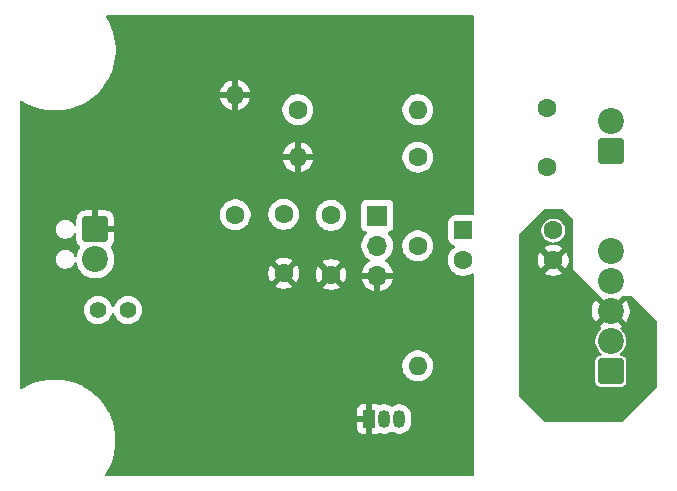
<source format=gbl>
%TF.GenerationSoftware,KiCad,Pcbnew,9.0.1+1*%
%TF.CreationDate,2026-01-15T22:30:42+00:00*%
%TF.ProjectId,WALKIN_PIR_IF,57414c4b-494e-45f5-9049-525f49462e6b,B*%
%TF.SameCoordinates,Original*%
%TF.FileFunction,Copper,L2,Bot*%
%TF.FilePolarity,Positive*%
%FSLAX46Y46*%
G04 Gerber Fmt 4.6, Leading zero omitted, Abs format (unit mm)*
G04 Created by KiCad (PCBNEW 9.0.1+1) date 2026-01-15 22:30:42*
%MOMM*%
%LPD*%
G01*
G04 APERTURE LIST*
G04 Aperture macros list*
%AMRoundRect*
0 Rectangle with rounded corners*
0 $1 Rounding radius*
0 $2 $3 $4 $5 $6 $7 $8 $9 X,Y pos of 4 corners*
0 Add a 4 corners polygon primitive as box body*
4,1,4,$2,$3,$4,$5,$6,$7,$8,$9,$2,$3,0*
0 Add four circle primitives for the rounded corners*
1,1,$1+$1,$2,$3*
1,1,$1+$1,$4,$5*
1,1,$1+$1,$6,$7*
1,1,$1+$1,$8,$9*
0 Add four rect primitives between the rounded corners*
20,1,$1+$1,$2,$3,$4,$5,0*
20,1,$1+$1,$4,$5,$6,$7,0*
20,1,$1+$1,$6,$7,$8,$9,0*
20,1,$1+$1,$8,$9,$2,$3,0*%
G04 Aperture macros list end*
%TA.AperFunction,ComponentPad*%
%ADD10RoundRect,0.249999X0.850001X-0.850001X0.850001X0.850001X-0.850001X0.850001X-0.850001X-0.850001X0*%
%TD*%
%TA.AperFunction,ComponentPad*%
%ADD11C,2.200000*%
%TD*%
%TA.AperFunction,ComponentPad*%
%ADD12C,1.600000*%
%TD*%
%TA.AperFunction,ComponentPad*%
%ADD13RoundRect,0.250000X-0.550000X-0.550000X0.550000X-0.550000X0.550000X0.550000X-0.550000X0.550000X0*%
%TD*%
%TA.AperFunction,ComponentPad*%
%ADD14O,1.600000X1.600000*%
%TD*%
%TA.AperFunction,ComponentPad*%
%ADD15RoundRect,0.249999X-0.850001X0.850001X-0.850001X-0.850001X0.850001X-0.850001X0.850001X0.850001X0*%
%TD*%
%TA.AperFunction,ComponentPad*%
%ADD16C,1.400000*%
%TD*%
%TA.AperFunction,ComponentPad*%
%ADD17R,1.700000X1.700000*%
%TD*%
%TA.AperFunction,ComponentPad*%
%ADD18O,1.700000X1.700000*%
%TD*%
%TA.AperFunction,ComponentPad*%
%ADD19R,1.050000X1.500000*%
%TD*%
%TA.AperFunction,ComponentPad*%
%ADD20O,1.050000X1.500000*%
%TD*%
%TA.AperFunction,ViaPad*%
%ADD21C,0.600000*%
%TD*%
G04 APERTURE END LIST*
D10*
%TO.P,J3,1,Pin_1*%
%TO.N,/DIN1*%
X173467500Y-108071101D03*
D11*
%TO.P,J3,2,Pin_2*%
%TO.N,/DIN2*%
X173467500Y-105531101D03*
%TO.P,J3,3,Pin_3*%
%TO.N,/COM*%
X173467500Y-102991101D03*
%TO.P,J3,4,Pin_4*%
%TO.N,/NTC1*%
X173467500Y-100451101D03*
%TO.P,J3,5,Pin_5*%
%TO.N,/NTC2*%
X173467500Y-97911101D03*
%TD*%
D12*
%TO.P,C1,1*%
%TO.N,VDD*%
X145770000Y-94781101D03*
%TO.P,C1,2*%
%TO.N,GND*%
X145770000Y-99781101D03*
%TD*%
%TO.P,C2,1*%
%TO.N,VDD*%
X149790000Y-94881101D03*
%TO.P,C2,2*%
%TO.N,GND*%
X149790000Y-99881101D03*
%TD*%
%TO.P,C3,1*%
%TO.N,/NTC1*%
X168060000Y-90770000D03*
%TO.P,C3,2*%
%TO.N,/NTC2*%
X168060000Y-85770000D03*
%TD*%
D13*
%TO.P,U1,1*%
%TO.N,/PM_LED_A*%
X160970000Y-96146101D03*
D12*
%TO.P,U1,2*%
%TO.N,/PM_LED_K*%
X160970000Y-98686101D03*
%TO.P,U1,3*%
%TO.N,/COM*%
X168590000Y-98686101D03*
%TO.P,U1,4*%
%TO.N,/DIN1*%
X168590000Y-96146101D03*
%TD*%
%TO.P,R3,1*%
%TO.N,/PIR_SIG*%
X157120000Y-97450000D03*
D14*
%TO.P,R3,2*%
%TO.N,Net-(Q2-G)*%
X157120000Y-107610000D03*
%TD*%
D15*
%TO.P,J1,1,VBAT+*%
%TO.N,GND*%
X129830000Y-96061101D03*
D11*
%TO.P,J1,2,VBAT-*%
%TO.N,/VBAT*%
X129830000Y-98601101D03*
%TD*%
D16*
%TO.P,JP1,1,A*%
%TO.N,/VBAT*%
X130050000Y-102890000D03*
%TO.P,JP1,2,B*%
%TO.N,Net-(JP1-B)*%
X132590000Y-102890000D03*
%TD*%
D12*
%TO.P,R1,1*%
%TO.N,VDD*%
X141670000Y-94821101D03*
D14*
%TO.P,R1,2*%
%TO.N,GND*%
X141670000Y-84661101D03*
%TD*%
D10*
%TO.P,J2,1,VBAT-*%
%TO.N,/NTC1*%
X173467500Y-89451101D03*
D11*
%TO.P,J2,2,VBAT+*%
%TO.N,/NTC2*%
X173467500Y-86911101D03*
%TD*%
D12*
%TO.P,R2,1*%
%TO.N,VDD*%
X146970000Y-85920000D03*
D14*
%TO.P,R2,2*%
%TO.N,/PM_LED_A*%
X157130000Y-85920000D03*
%TD*%
D17*
%TO.P,S1,1,VCC*%
%TO.N,VDD*%
X153700000Y-94896101D03*
D18*
%TO.P,S1,2,VOUT*%
%TO.N,/PIR_SIG*%
X153700000Y-97436101D03*
%TO.P,S1,3,GND*%
%TO.N,GND*%
X153700000Y-99976101D03*
%TD*%
D19*
%TO.P,Q2,1,S*%
%TO.N,GND*%
X153020000Y-112120000D03*
D20*
%TO.P,Q2,2,G*%
%TO.N,Net-(Q2-G)*%
X154290000Y-112120000D03*
%TO.P,Q2,3,D*%
%TO.N,/PM_LED_K*%
X155560000Y-112120000D03*
%TD*%
D12*
%TO.P,R4,1*%
%TO.N,/PIR_SIG*%
X157130000Y-89950000D03*
D14*
%TO.P,R4,2*%
%TO.N,GND*%
X146970000Y-89950000D03*
%TD*%
D21*
%TO.N,GND*%
X137850000Y-103320000D03*
%TO.N,/COM*%
X166730000Y-106330000D03*
%TD*%
%TA.AperFunction,Conductor*%
%TO.N,/COM*%
G36*
X169365677Y-94319685D02*
G01*
X169386319Y-94336319D01*
X170243681Y-95193681D01*
X170277166Y-95255004D01*
X170280000Y-95281362D01*
X170280000Y-99500000D01*
X172537833Y-101707881D01*
X173297266Y-102467313D01*
X173255208Y-102478583D01*
X173129792Y-102550991D01*
X173027390Y-102653393D01*
X172954982Y-102778809D01*
X172943712Y-102820866D01*
X172173248Y-102050401D01*
X172173247Y-102050402D01*
X172099059Y-102152514D01*
X171984719Y-102376916D01*
X171906897Y-102616431D01*
X171867500Y-102865172D01*
X171867500Y-103117029D01*
X171906897Y-103365770D01*
X171984719Y-103605285D01*
X172099057Y-103829684D01*
X172173248Y-103931798D01*
X172173248Y-103931799D01*
X172943712Y-103161335D01*
X172954982Y-103203393D01*
X173027390Y-103328809D01*
X173129792Y-103431211D01*
X173255208Y-103503619D01*
X173297265Y-103514888D01*
X172526800Y-104285351D01*
X172610618Y-104346249D01*
X172653283Y-104401579D01*
X172659262Y-104471193D01*
X172626656Y-104532988D01*
X172622978Y-104536437D01*
X172475528Y-104683887D01*
X172355215Y-104849487D01*
X172262281Y-105031877D01*
X172199022Y-105226566D01*
X172167000Y-105428749D01*
X172167000Y-105633452D01*
X172199022Y-105835635D01*
X172262281Y-106030324D01*
X172355215Y-106212714D01*
X172475528Y-106378314D01*
X172620282Y-106523068D01*
X172620284Y-106523069D01*
X172652234Y-106546282D01*
X172694900Y-106601611D01*
X172700881Y-106671224D01*
X172668276Y-106733020D01*
X172607438Y-106767378D01*
X172579357Y-106770601D01*
X172563241Y-106770601D01*
X172552437Y-106771614D01*
X172532800Y-106773455D01*
X172532797Y-106773455D01*
X172532796Y-106773456D01*
X172532794Y-106773456D01*
X172404617Y-106818307D01*
X172295349Y-106898950D01*
X172214706Y-107008219D01*
X172169853Y-107136398D01*
X172169853Y-107136400D01*
X172167000Y-107166830D01*
X172167000Y-108975361D01*
X172167001Y-108975367D01*
X172169854Y-109005801D01*
X172169854Y-109005803D01*
X172169855Y-109005804D01*
X172169855Y-109005806D01*
X172214706Y-109133983D01*
X172295349Y-109243251D01*
X172349983Y-109283572D01*
X172404617Y-109323894D01*
X172447344Y-109338845D01*
X172532798Y-109368747D01*
X172539823Y-109369405D01*
X172563233Y-109371601D01*
X174371766Y-109371600D01*
X174402200Y-109368747D01*
X174530383Y-109323894D01*
X174639650Y-109243251D01*
X174720293Y-109133984D01*
X174742719Y-109069892D01*
X174765146Y-109005803D01*
X174765146Y-109005801D01*
X174768000Y-108975368D01*
X174767999Y-107166835D01*
X174765146Y-107136401D01*
X174720293Y-107008218D01*
X174639650Y-106898950D01*
X174565623Y-106844316D01*
X174530383Y-106818308D01*
X174530381Y-106818307D01*
X174402201Y-106773454D01*
X174371771Y-106770601D01*
X174371767Y-106770601D01*
X174355651Y-106770601D01*
X174288612Y-106750916D01*
X174242857Y-106698112D01*
X174232913Y-106628954D01*
X174261938Y-106565398D01*
X174282766Y-106546283D01*
X174314713Y-106523072D01*
X174314715Y-106523069D01*
X174314719Y-106523067D01*
X174459466Y-106378320D01*
X174459468Y-106378316D01*
X174459471Y-106378314D01*
X174512232Y-106305691D01*
X174579787Y-106212711D01*
X174672720Y-106030320D01*
X174735977Y-105835635D01*
X174768000Y-105633453D01*
X174768000Y-105428749D01*
X174735977Y-105226567D01*
X174672720Y-105031882D01*
X174672718Y-105031879D01*
X174672718Y-105031877D01*
X174639003Y-104965708D01*
X174579787Y-104849491D01*
X174572056Y-104838850D01*
X174459471Y-104683887D01*
X174311274Y-104535690D01*
X174312534Y-104534429D01*
X174278536Y-104482331D01*
X174278048Y-104412463D01*
X174315411Y-104353422D01*
X174324381Y-104346248D01*
X174408197Y-104285351D01*
X174408198Y-104285351D01*
X173637734Y-103514888D01*
X173679792Y-103503619D01*
X173805208Y-103431211D01*
X173907610Y-103328809D01*
X173980018Y-103203393D01*
X173991287Y-103161335D01*
X174761750Y-103931799D01*
X174761750Y-103931798D01*
X174835942Y-103829682D01*
X174835946Y-103829676D01*
X174950280Y-103605285D01*
X175028102Y-103365770D01*
X175067500Y-103117029D01*
X175067500Y-102865172D01*
X175028102Y-102616431D01*
X174950280Y-102376916D01*
X174835942Y-102152517D01*
X174761750Y-102050402D01*
X174761750Y-102050401D01*
X173991287Y-102820865D01*
X173980018Y-102778809D01*
X173907610Y-102653393D01*
X173805208Y-102550991D01*
X173679792Y-102478583D01*
X173637732Y-102467312D01*
X174426336Y-101678710D01*
X174433987Y-101674532D01*
X175157281Y-101660987D01*
X175224678Y-101679413D01*
X175247284Y-101697284D01*
X177373681Y-103823681D01*
X177407166Y-103885004D01*
X177410000Y-103911362D01*
X177410000Y-109358638D01*
X177390315Y-109425677D01*
X177373681Y-109446319D01*
X174476319Y-112343681D01*
X174414996Y-112377166D01*
X174388638Y-112380000D01*
X167981362Y-112380000D01*
X167914323Y-112360315D01*
X167893681Y-112343681D01*
X165696319Y-110146319D01*
X165662834Y-110084996D01*
X165660000Y-110058638D01*
X165660000Y-98583783D01*
X167290000Y-98583783D01*
X167290000Y-98788418D01*
X167322009Y-98990518D01*
X167385244Y-99185132D01*
X167478141Y-99367451D01*
X167478147Y-99367460D01*
X167510523Y-99412022D01*
X167510524Y-99412023D01*
X168190000Y-98732547D01*
X168190000Y-98738762D01*
X168217259Y-98840495D01*
X168269920Y-98931707D01*
X168344394Y-99006181D01*
X168435606Y-99058842D01*
X168537339Y-99086101D01*
X168543553Y-99086101D01*
X167864076Y-99765575D01*
X167908650Y-99797960D01*
X168090968Y-99890856D01*
X168285582Y-99954091D01*
X168487683Y-99986101D01*
X168692317Y-99986101D01*
X168894417Y-99954091D01*
X169089031Y-99890856D01*
X169271349Y-99797960D01*
X169315921Y-99765575D01*
X168636447Y-99086101D01*
X168642661Y-99086101D01*
X168744394Y-99058842D01*
X168835606Y-99006181D01*
X168910080Y-98931707D01*
X168962741Y-98840495D01*
X168990000Y-98738762D01*
X168990000Y-98732549D01*
X169669474Y-99412023D01*
X169669474Y-99412022D01*
X169701859Y-99367450D01*
X169794755Y-99185132D01*
X169857990Y-98990518D01*
X169890000Y-98788418D01*
X169890000Y-98583783D01*
X169857990Y-98381683D01*
X169794755Y-98187069D01*
X169701859Y-98004751D01*
X169669474Y-97960178D01*
X169669474Y-97960177D01*
X168990000Y-98639652D01*
X168990000Y-98633440D01*
X168962741Y-98531707D01*
X168910080Y-98440495D01*
X168835606Y-98366021D01*
X168744394Y-98313360D01*
X168642661Y-98286101D01*
X168636446Y-98286101D01*
X169315922Y-97606625D01*
X169315921Y-97606624D01*
X169271359Y-97574248D01*
X169271350Y-97574242D01*
X169089031Y-97481345D01*
X168894417Y-97418110D01*
X168705731Y-97388225D01*
X168642596Y-97358295D01*
X168605665Y-97298984D01*
X168606663Y-97229121D01*
X168645273Y-97170889D01*
X168700938Y-97144135D01*
X168881835Y-97108152D01*
X169063914Y-97032733D01*
X169227782Y-96923240D01*
X169367139Y-96783883D01*
X169476632Y-96620015D01*
X169552051Y-96437936D01*
X169590500Y-96244642D01*
X169590500Y-96047560D01*
X169590500Y-96047557D01*
X169552052Y-95854271D01*
X169552051Y-95854270D01*
X169552051Y-95854266D01*
X169552049Y-95854261D01*
X169476635Y-95672193D01*
X169476628Y-95672180D01*
X169367139Y-95508319D01*
X169367136Y-95508315D01*
X169227785Y-95368964D01*
X169227781Y-95368961D01*
X169063920Y-95259472D01*
X169063907Y-95259465D01*
X168881839Y-95184051D01*
X168881829Y-95184048D01*
X168688543Y-95145601D01*
X168688541Y-95145601D01*
X168491459Y-95145601D01*
X168491457Y-95145601D01*
X168298170Y-95184048D01*
X168298160Y-95184051D01*
X168116092Y-95259465D01*
X168116079Y-95259472D01*
X167952218Y-95368961D01*
X167952214Y-95368964D01*
X167812863Y-95508315D01*
X167812860Y-95508319D01*
X167703371Y-95672180D01*
X167703364Y-95672193D01*
X167627950Y-95854261D01*
X167627947Y-95854271D01*
X167589500Y-96047557D01*
X167589500Y-96047560D01*
X167589500Y-96244642D01*
X167589500Y-96244644D01*
X167589499Y-96244644D01*
X167627947Y-96437930D01*
X167627950Y-96437940D01*
X167703364Y-96620008D01*
X167703371Y-96620021D01*
X167812860Y-96783882D01*
X167812863Y-96783886D01*
X167952214Y-96923237D01*
X167952218Y-96923240D01*
X168116079Y-97032729D01*
X168116092Y-97032736D01*
X168298160Y-97108150D01*
X168298165Y-97108152D01*
X168430674Y-97134510D01*
X168479061Y-97144135D01*
X168540972Y-97176520D01*
X168575546Y-97237235D01*
X168571807Y-97307005D01*
X168530940Y-97363677D01*
X168474269Y-97388225D01*
X168285581Y-97418111D01*
X168090968Y-97481345D01*
X167908644Y-97574244D01*
X167864077Y-97606624D01*
X167864077Y-97606625D01*
X168543554Y-98286101D01*
X168537339Y-98286101D01*
X168435606Y-98313360D01*
X168344394Y-98366021D01*
X168269920Y-98440495D01*
X168217259Y-98531707D01*
X168190000Y-98633440D01*
X168190000Y-98639654D01*
X167510524Y-97960178D01*
X167510523Y-97960178D01*
X167478143Y-98004745D01*
X167385244Y-98187069D01*
X167322009Y-98381683D01*
X167290000Y-98583783D01*
X165660000Y-98583783D01*
X165660000Y-96551362D01*
X165679685Y-96484323D01*
X165696319Y-96463681D01*
X167823681Y-94336319D01*
X167885004Y-94302834D01*
X167911362Y-94300000D01*
X169298638Y-94300000D01*
X169365677Y-94319685D01*
G37*
%TD.AperFunction*%
%TD*%
%TA.AperFunction,Conductor*%
%TO.N,GND*%
G36*
X161833039Y-77941286D02*
G01*
X161878794Y-77994090D01*
X161890000Y-78045601D01*
X161890000Y-94756356D01*
X161870315Y-94823395D01*
X161817511Y-94869150D01*
X161748353Y-94879094D01*
X161726998Y-94874062D01*
X161672797Y-94856102D01*
X161672795Y-94856101D01*
X161570010Y-94845601D01*
X160369998Y-94845601D01*
X160369981Y-94845602D01*
X160267203Y-94856101D01*
X160267200Y-94856102D01*
X160100668Y-94911286D01*
X160100663Y-94911288D01*
X159951342Y-95003390D01*
X159827289Y-95127443D01*
X159735187Y-95276764D01*
X159735185Y-95276769D01*
X159710355Y-95351703D01*
X159680001Y-95443304D01*
X159680001Y-95443305D01*
X159680000Y-95443305D01*
X159669500Y-95546084D01*
X159669500Y-96746102D01*
X159669501Y-96746119D01*
X159680000Y-96848897D01*
X159680001Y-96848900D01*
X159735185Y-97015432D01*
X159735187Y-97015437D01*
X159765016Y-97063797D01*
X159827288Y-97164757D01*
X159951344Y-97288813D01*
X160100666Y-97380915D01*
X160182570Y-97408055D01*
X160240015Y-97447828D01*
X160266838Y-97512344D01*
X160254523Y-97581119D01*
X160216451Y-97626079D01*
X160122787Y-97694129D01*
X160122782Y-97694133D01*
X159978028Y-97838887D01*
X159857715Y-98004487D01*
X159764781Y-98186877D01*
X159701522Y-98381566D01*
X159669500Y-98583749D01*
X159669500Y-98788452D01*
X159701522Y-98990635D01*
X159764781Y-99185324D01*
X159857715Y-99367714D01*
X159978028Y-99533314D01*
X160122786Y-99678072D01*
X160261406Y-99778783D01*
X160288390Y-99798388D01*
X160404607Y-99857604D01*
X160470776Y-99891319D01*
X160470778Y-99891319D01*
X160470781Y-99891321D01*
X160575137Y-99925228D01*
X160665465Y-99954578D01*
X160762633Y-99969968D01*
X160867648Y-99986601D01*
X160867649Y-99986601D01*
X161072351Y-99986601D01*
X161072352Y-99986601D01*
X161274534Y-99954578D01*
X161469219Y-99891321D01*
X161651610Y-99798388D01*
X161693116Y-99768232D01*
X161758920Y-99744753D01*
X161826974Y-99760578D01*
X161875669Y-99810683D01*
X161890000Y-99868551D01*
X161890000Y-116796601D01*
X161870315Y-116863640D01*
X161817511Y-116909395D01*
X161766000Y-116920601D01*
X130797364Y-116920601D01*
X130730325Y-116900916D01*
X130684570Y-116848112D01*
X130674626Y-116778954D01*
X130695788Y-116725479D01*
X130725194Y-116683483D01*
X130949460Y-116295044D01*
X131139018Y-115888537D01*
X131292424Y-115467055D01*
X131408513Y-115033807D01*
X131486399Y-114592090D01*
X131525492Y-114145266D01*
X131525492Y-113696734D01*
X131486399Y-113249910D01*
X131482392Y-113227187D01*
X131438345Y-112977379D01*
X131408513Y-112808193D01*
X131292424Y-112374945D01*
X131217601Y-112169370D01*
X131139020Y-111953467D01*
X131139016Y-111953457D01*
X130949464Y-111546965D01*
X130949456Y-111546949D01*
X130853559Y-111380851D01*
X130819671Y-111322155D01*
X151995000Y-111322155D01*
X151995000Y-111870000D01*
X152739670Y-111870000D01*
X152719925Y-111889745D01*
X152670556Y-111975255D01*
X152645000Y-112070630D01*
X152645000Y-112169370D01*
X152670556Y-112264745D01*
X152719925Y-112350255D01*
X152739670Y-112370000D01*
X151995000Y-112370000D01*
X151995000Y-112917844D01*
X152001401Y-112977372D01*
X152001403Y-112977379D01*
X152051645Y-113112086D01*
X152051649Y-113112093D01*
X152137809Y-113227187D01*
X152137812Y-113227190D01*
X152252906Y-113313350D01*
X152252913Y-113313354D01*
X152387620Y-113363596D01*
X152387627Y-113363598D01*
X152447155Y-113369999D01*
X152447172Y-113370000D01*
X152770000Y-113370000D01*
X152770000Y-112400330D01*
X152789745Y-112420075D01*
X152875255Y-112469444D01*
X152970630Y-112495000D01*
X153069370Y-112495000D01*
X153164745Y-112469444D01*
X153250255Y-112420075D01*
X153264500Y-112405830D01*
X153264500Y-112446002D01*
X153267617Y-112461671D01*
X153270000Y-112485865D01*
X153270000Y-113370000D01*
X153592828Y-113370000D01*
X153592844Y-113369999D01*
X153652372Y-113363598D01*
X153652376Y-113363597D01*
X153787089Y-113313352D01*
X153787896Y-113312748D01*
X153788845Y-113312393D01*
X153794876Y-113309101D01*
X153795349Y-113309967D01*
X153853360Y-113288329D01*
X153909661Y-113297451D01*
X153990873Y-113331091D01*
X154154288Y-113363596D01*
X154188992Y-113370499D01*
X154188996Y-113370500D01*
X154188997Y-113370500D01*
X154391004Y-113370500D01*
X154391005Y-113370499D01*
X154589127Y-113331091D01*
X154775756Y-113253786D01*
X154856110Y-113200094D01*
X154922786Y-113179217D01*
X154990166Y-113197701D01*
X154993865Y-113200078D01*
X155074244Y-113253786D01*
X155260873Y-113331091D01*
X155424288Y-113363596D01*
X155458992Y-113370499D01*
X155458996Y-113370500D01*
X155458997Y-113370500D01*
X155661004Y-113370500D01*
X155661005Y-113370499D01*
X155859127Y-113331091D01*
X156045756Y-113253786D01*
X156213718Y-113141558D01*
X156356558Y-112998718D01*
X156468786Y-112830756D01*
X156546091Y-112644127D01*
X156585500Y-112446003D01*
X156585500Y-111793997D01*
X156546091Y-111595873D01*
X156468786Y-111409244D01*
X156468784Y-111409241D01*
X156468782Y-111409237D01*
X156356558Y-111241281D01*
X156213718Y-111098441D01*
X156045762Y-110986217D01*
X156045752Y-110986212D01*
X155859127Y-110908909D01*
X155859119Y-110908907D01*
X155661007Y-110869500D01*
X155661003Y-110869500D01*
X155458997Y-110869500D01*
X155458992Y-110869500D01*
X155260880Y-110908907D01*
X155260872Y-110908909D01*
X155074244Y-110986213D01*
X154993891Y-111039904D01*
X154927213Y-111060782D01*
X154859833Y-111042297D01*
X154856109Y-111039904D01*
X154775755Y-110986213D01*
X154589127Y-110908909D01*
X154589119Y-110908907D01*
X154391007Y-110869500D01*
X154391003Y-110869500D01*
X154188997Y-110869500D01*
X154188992Y-110869500D01*
X153990880Y-110908907D01*
X153990868Y-110908910D01*
X153909661Y-110942547D01*
X153840191Y-110950016D01*
X153795140Y-110930405D01*
X153794872Y-110930897D01*
X153789374Y-110927894D01*
X153787895Y-110927251D01*
X153787086Y-110926645D01*
X153652379Y-110876403D01*
X153652372Y-110876401D01*
X153592844Y-110870000D01*
X153270000Y-110870000D01*
X153270000Y-111754134D01*
X153267617Y-111778326D01*
X153264500Y-111793995D01*
X153264500Y-111834170D01*
X153250255Y-111819925D01*
X153164745Y-111770556D01*
X153069370Y-111745000D01*
X152970630Y-111745000D01*
X152875255Y-111770556D01*
X152789745Y-111819925D01*
X152770000Y-111839670D01*
X152770000Y-110870000D01*
X152447155Y-110870000D01*
X152387627Y-110876401D01*
X152387620Y-110876403D01*
X152252913Y-110926645D01*
X152252906Y-110926649D01*
X152137812Y-111012809D01*
X152137809Y-111012812D01*
X152051649Y-111127906D01*
X152051645Y-111127913D01*
X152001403Y-111262620D01*
X152001401Y-111262627D01*
X151995000Y-111322155D01*
X130819671Y-111322155D01*
X130725194Y-111158517D01*
X130562839Y-110926649D01*
X130467927Y-110791099D01*
X130299493Y-110590368D01*
X130179617Y-110447506D01*
X129862458Y-110130347D01*
X129767216Y-110050429D01*
X129518864Y-109842036D01*
X129151464Y-109584782D01*
X129151447Y-109584770D01*
X128988837Y-109490887D01*
X128763014Y-109360507D01*
X128762998Y-109360499D01*
X128356506Y-109170947D01*
X128356496Y-109170943D01*
X127935015Y-109017538D01*
X127501772Y-108901451D01*
X127501761Y-108901449D01*
X127060059Y-108823565D01*
X126613231Y-108784472D01*
X126613230Y-108784472D01*
X126164698Y-108784472D01*
X126164697Y-108784472D01*
X125717869Y-108823565D01*
X125717867Y-108823565D01*
X125276166Y-108901449D01*
X125276155Y-108901451D01*
X124842912Y-109017538D01*
X124421431Y-109170943D01*
X124421421Y-109170947D01*
X124014929Y-109360499D01*
X124014913Y-109360507D01*
X123626489Y-109584765D01*
X123626464Y-109584781D01*
X123615490Y-109592465D01*
X123549283Y-109614790D01*
X123481516Y-109597776D01*
X123433706Y-109546826D01*
X123420371Y-109490887D01*
X123420371Y-107507648D01*
X155819500Y-107507648D01*
X155819500Y-107712351D01*
X155851522Y-107914534D01*
X155914781Y-108109223D01*
X156007715Y-108291613D01*
X156128028Y-108457213D01*
X156272786Y-108601971D01*
X156427749Y-108714556D01*
X156438390Y-108722287D01*
X156554607Y-108781503D01*
X156620776Y-108815218D01*
X156620778Y-108815218D01*
X156620781Y-108815220D01*
X156725137Y-108849127D01*
X156815465Y-108878477D01*
X156916557Y-108894488D01*
X157017648Y-108910500D01*
X157017649Y-108910500D01*
X157222351Y-108910500D01*
X157222352Y-108910500D01*
X157424534Y-108878477D01*
X157619219Y-108815220D01*
X157801610Y-108722287D01*
X157894590Y-108654732D01*
X157967213Y-108601971D01*
X157967215Y-108601968D01*
X157967219Y-108601966D01*
X158111966Y-108457219D01*
X158111968Y-108457215D01*
X158111971Y-108457213D01*
X158164732Y-108384590D01*
X158232287Y-108291610D01*
X158325220Y-108109219D01*
X158388477Y-107914534D01*
X158420500Y-107712352D01*
X158420500Y-107507648D01*
X158388477Y-107305466D01*
X158325220Y-107110781D01*
X158325218Y-107110778D01*
X158325218Y-107110776D01*
X158291503Y-107044607D01*
X158232287Y-106928390D01*
X158224556Y-106917749D01*
X158111971Y-106762786D01*
X157967213Y-106618028D01*
X157801613Y-106497715D01*
X157801612Y-106497714D01*
X157801610Y-106497713D01*
X157744653Y-106468691D01*
X157619223Y-106404781D01*
X157424534Y-106341522D01*
X157249995Y-106313878D01*
X157222352Y-106309500D01*
X157017648Y-106309500D01*
X156993329Y-106313351D01*
X156815465Y-106341522D01*
X156620776Y-106404781D01*
X156438386Y-106497715D01*
X156272786Y-106618028D01*
X156128028Y-106762786D01*
X156007715Y-106928386D01*
X155914781Y-107110776D01*
X155851522Y-107305465D01*
X155819500Y-107507648D01*
X123420371Y-107507648D01*
X123420371Y-102795513D01*
X128849500Y-102795513D01*
X128849500Y-102984486D01*
X128879059Y-103171118D01*
X128937454Y-103350836D01*
X129023240Y-103519199D01*
X129134310Y-103672073D01*
X129267927Y-103805690D01*
X129420801Y-103916760D01*
X129500347Y-103957290D01*
X129589163Y-104002545D01*
X129589165Y-104002545D01*
X129589168Y-104002547D01*
X129685497Y-104033846D01*
X129768881Y-104060940D01*
X129955514Y-104090500D01*
X129955519Y-104090500D01*
X130144486Y-104090500D01*
X130331118Y-104060940D01*
X130510832Y-104002547D01*
X130679199Y-103916760D01*
X130832073Y-103805690D01*
X130965690Y-103672073D01*
X131076760Y-103519199D01*
X131162547Y-103350832D01*
X131202069Y-103229195D01*
X131241507Y-103171521D01*
X131305866Y-103144323D01*
X131374712Y-103156238D01*
X131426188Y-103203482D01*
X131437931Y-103229196D01*
X131477454Y-103350836D01*
X131563240Y-103519199D01*
X131674310Y-103672073D01*
X131807927Y-103805690D01*
X131960801Y-103916760D01*
X132040347Y-103957290D01*
X132129163Y-104002545D01*
X132129165Y-104002545D01*
X132129168Y-104002547D01*
X132225497Y-104033846D01*
X132308881Y-104060940D01*
X132495514Y-104090500D01*
X132495519Y-104090500D01*
X132684486Y-104090500D01*
X132871118Y-104060940D01*
X133050832Y-104002547D01*
X133219199Y-103916760D01*
X133372073Y-103805690D01*
X133505690Y-103672073D01*
X133616760Y-103519199D01*
X133702547Y-103350832D01*
X133760940Y-103171118D01*
X133765184Y-103144323D01*
X133790500Y-102984486D01*
X133790500Y-102795513D01*
X133760940Y-102608881D01*
X133702545Y-102429163D01*
X133616759Y-102260800D01*
X133505690Y-102107927D01*
X133372073Y-101974310D01*
X133219199Y-101863240D01*
X133050836Y-101777454D01*
X132871118Y-101719059D01*
X132684486Y-101689500D01*
X132684481Y-101689500D01*
X132495519Y-101689500D01*
X132495514Y-101689500D01*
X132308881Y-101719059D01*
X132129163Y-101777454D01*
X131960800Y-101863240D01*
X131873579Y-101926610D01*
X131807927Y-101974310D01*
X131807925Y-101974312D01*
X131807924Y-101974312D01*
X131674312Y-102107924D01*
X131674312Y-102107925D01*
X131674310Y-102107927D01*
X131626610Y-102173579D01*
X131563240Y-102260800D01*
X131477454Y-102429163D01*
X131437931Y-102550803D01*
X131398493Y-102608478D01*
X131334134Y-102635676D01*
X131265288Y-102623761D01*
X131213812Y-102576516D01*
X131202069Y-102550803D01*
X131162545Y-102429163D01*
X131076759Y-102260800D01*
X130965690Y-102107927D01*
X130832073Y-101974310D01*
X130679199Y-101863240D01*
X130510836Y-101777454D01*
X130331118Y-101719059D01*
X130144486Y-101689500D01*
X130144481Y-101689500D01*
X129955519Y-101689500D01*
X129955514Y-101689500D01*
X129768881Y-101719059D01*
X129589163Y-101777454D01*
X129420800Y-101863240D01*
X129333579Y-101926610D01*
X129267927Y-101974310D01*
X129267925Y-101974312D01*
X129267924Y-101974312D01*
X129134312Y-102107924D01*
X129134312Y-102107925D01*
X129134310Y-102107927D01*
X129086610Y-102173579D01*
X129023240Y-102260800D01*
X128937454Y-102429163D01*
X128879059Y-102608881D01*
X128849500Y-102795513D01*
X123420371Y-102795513D01*
X123420371Y-95982254D01*
X126489500Y-95982254D01*
X126489500Y-96139947D01*
X126520261Y-96294590D01*
X126520264Y-96294602D01*
X126580602Y-96440273D01*
X126580609Y-96440286D01*
X126668210Y-96571389D01*
X126668213Y-96571393D01*
X126779707Y-96682887D01*
X126779711Y-96682890D01*
X126910814Y-96770491D01*
X126910827Y-96770498D01*
X127056498Y-96830836D01*
X127056503Y-96830838D01*
X127211153Y-96861600D01*
X127211156Y-96861601D01*
X127211158Y-96861601D01*
X127368844Y-96861601D01*
X127368845Y-96861600D01*
X127523497Y-96830838D01*
X127669179Y-96770495D01*
X127800289Y-96682890D01*
X127911789Y-96571390D01*
X127958681Y-96501211D01*
X128002779Y-96435215D01*
X128005214Y-96436842D01*
X128045130Y-96395849D01*
X128113199Y-96380090D01*
X128178983Y-96403634D01*
X128221595Y-96459005D01*
X128230000Y-96503881D01*
X128230000Y-96961072D01*
X128230001Y-96961088D01*
X128240494Y-97063797D01*
X128240494Y-97063799D01*
X128295640Y-97230220D01*
X128295645Y-97230231D01*
X128387680Y-97379441D01*
X128387683Y-97379445D01*
X128516425Y-97508187D01*
X128549910Y-97569510D01*
X128544926Y-97639202D01*
X128529063Y-97668752D01*
X128461130Y-97762255D01*
X128461129Y-97762257D01*
X128346760Y-97986717D01*
X128268910Y-98226312D01*
X128263642Y-98259573D01*
X128233711Y-98322707D01*
X128174398Y-98359637D01*
X128104536Y-98358637D01*
X128046304Y-98320026D01*
X128026610Y-98287628D01*
X127999394Y-98221922D01*
X127999390Y-98221915D01*
X127911789Y-98090812D01*
X127911786Y-98090808D01*
X127800292Y-97979314D01*
X127800288Y-97979311D01*
X127669185Y-97891710D01*
X127669172Y-97891703D01*
X127523501Y-97831365D01*
X127523489Y-97831362D01*
X127368845Y-97800601D01*
X127368842Y-97800601D01*
X127211158Y-97800601D01*
X127211155Y-97800601D01*
X127056510Y-97831362D01*
X127056498Y-97831365D01*
X126910827Y-97891703D01*
X126910814Y-97891710D01*
X126779711Y-97979311D01*
X126779707Y-97979314D01*
X126668213Y-98090808D01*
X126668210Y-98090812D01*
X126580609Y-98221915D01*
X126580602Y-98221928D01*
X126520264Y-98367599D01*
X126520261Y-98367611D01*
X126489500Y-98522254D01*
X126489500Y-98679947D01*
X126520261Y-98834590D01*
X126520264Y-98834602D01*
X126580602Y-98980273D01*
X126580609Y-98980286D01*
X126668210Y-99111389D01*
X126668213Y-99111393D01*
X126779707Y-99222887D01*
X126779711Y-99222890D01*
X126910814Y-99310491D01*
X126910827Y-99310498D01*
X127048961Y-99367714D01*
X127056503Y-99370838D01*
X127211153Y-99401600D01*
X127211156Y-99401601D01*
X127211158Y-99401601D01*
X127368844Y-99401601D01*
X127368845Y-99401600D01*
X127523497Y-99370838D01*
X127669179Y-99310495D01*
X127800289Y-99222890D01*
X127911789Y-99111390D01*
X127999394Y-98980280D01*
X128026609Y-98914576D01*
X128070447Y-98860174D01*
X128136741Y-98838108D01*
X128204440Y-98855386D01*
X128252052Y-98906522D01*
X128263642Y-98942629D01*
X128268910Y-98975888D01*
X128346760Y-99215484D01*
X128395173Y-99310498D01*
X128454812Y-99427547D01*
X128461132Y-99439949D01*
X128609201Y-99643750D01*
X128609205Y-99643755D01*
X128787345Y-99821895D01*
X128787350Y-99821899D01*
X128882902Y-99891321D01*
X128991155Y-99969971D01*
X129102506Y-100026707D01*
X129215616Y-100084340D01*
X129215618Y-100084340D01*
X129215621Y-100084342D01*
X129455215Y-100162191D01*
X129704038Y-100201601D01*
X129704039Y-100201601D01*
X129955961Y-100201601D01*
X129955962Y-100201601D01*
X130204785Y-100162191D01*
X130444379Y-100084342D01*
X130668845Y-99969971D01*
X130872656Y-99821894D01*
X131015767Y-99678783D01*
X144470000Y-99678783D01*
X144470000Y-99883418D01*
X144502009Y-100085518D01*
X144565244Y-100280132D01*
X144658141Y-100462451D01*
X144658147Y-100462460D01*
X144690523Y-100507022D01*
X144690524Y-100507023D01*
X145370000Y-99827547D01*
X145370000Y-99833762D01*
X145397259Y-99935495D01*
X145449920Y-100026707D01*
X145524394Y-100101181D01*
X145615606Y-100153842D01*
X145717339Y-100181101D01*
X145723553Y-100181101D01*
X145044076Y-100860575D01*
X145088650Y-100892960D01*
X145270968Y-100985856D01*
X145465582Y-101049091D01*
X145667683Y-101081101D01*
X145872317Y-101081101D01*
X146074417Y-101049091D01*
X146269031Y-100985856D01*
X146451349Y-100892960D01*
X146495921Y-100860575D01*
X146495922Y-100860575D01*
X145816447Y-100181101D01*
X145822661Y-100181101D01*
X145924394Y-100153842D01*
X146015606Y-100101181D01*
X146090080Y-100026707D01*
X146142741Y-99935495D01*
X146170000Y-99833762D01*
X146170000Y-99827549D01*
X146849474Y-100507023D01*
X146849474Y-100507022D01*
X146881859Y-100462450D01*
X146974755Y-100280132D01*
X147037990Y-100085518D01*
X147070000Y-99883418D01*
X147070000Y-99778783D01*
X148490000Y-99778783D01*
X148490000Y-99983418D01*
X148522009Y-100185518D01*
X148585244Y-100380132D01*
X148678141Y-100562451D01*
X148678147Y-100562460D01*
X148710523Y-100607022D01*
X148710524Y-100607023D01*
X149390000Y-99927547D01*
X149390000Y-99933762D01*
X149417259Y-100035495D01*
X149469920Y-100126707D01*
X149544394Y-100201181D01*
X149635606Y-100253842D01*
X149737339Y-100281101D01*
X149743553Y-100281101D01*
X149064076Y-100960575D01*
X149108650Y-100992960D01*
X149290968Y-101085856D01*
X149485582Y-101149091D01*
X149687683Y-101181101D01*
X149892317Y-101181101D01*
X150094417Y-101149091D01*
X150289031Y-101085856D01*
X150471349Y-100992960D01*
X150515921Y-100960575D01*
X149836447Y-100281101D01*
X149842661Y-100281101D01*
X149944394Y-100253842D01*
X150035606Y-100201181D01*
X150110080Y-100126707D01*
X150162741Y-100035495D01*
X150190000Y-99933762D01*
X150190000Y-99927549D01*
X150869474Y-100607023D01*
X150869474Y-100607022D01*
X150901859Y-100562450D01*
X150994755Y-100380132D01*
X151057990Y-100185518D01*
X151060505Y-100169640D01*
X151060505Y-100169639D01*
X151090000Y-99983418D01*
X151090000Y-99778783D01*
X151057990Y-99576683D01*
X150994755Y-99382069D01*
X150901859Y-99199751D01*
X150869474Y-99155178D01*
X150869474Y-99155177D01*
X150190000Y-99834652D01*
X150190000Y-99828440D01*
X150162741Y-99726707D01*
X150110080Y-99635495D01*
X150035606Y-99561021D01*
X149944394Y-99508360D01*
X149842661Y-99481101D01*
X149836446Y-99481101D01*
X150515922Y-98801625D01*
X150515921Y-98801624D01*
X150471359Y-98769248D01*
X150471350Y-98769242D01*
X150289031Y-98676345D01*
X150094417Y-98613110D01*
X149892317Y-98581101D01*
X149687683Y-98581101D01*
X149485582Y-98613110D01*
X149290968Y-98676345D01*
X149108644Y-98769244D01*
X149064077Y-98801624D01*
X149064077Y-98801625D01*
X149743554Y-99481101D01*
X149737339Y-99481101D01*
X149635606Y-99508360D01*
X149544394Y-99561021D01*
X149469920Y-99635495D01*
X149417259Y-99726707D01*
X149390000Y-99828440D01*
X149390000Y-99834654D01*
X148710524Y-99155178D01*
X148710523Y-99155178D01*
X148678143Y-99199745D01*
X148585244Y-99382069D01*
X148522009Y-99576683D01*
X148490000Y-99778783D01*
X147070000Y-99778783D01*
X147070000Y-99678783D01*
X147037990Y-99476683D01*
X146974755Y-99282069D01*
X146881859Y-99099751D01*
X146849474Y-99055178D01*
X146849474Y-99055177D01*
X146170000Y-99734652D01*
X146170000Y-99728440D01*
X146142741Y-99626707D01*
X146090080Y-99535495D01*
X146015606Y-99461021D01*
X145924394Y-99408360D01*
X145822661Y-99381101D01*
X145816446Y-99381101D01*
X146436345Y-98761203D01*
X146495922Y-98701625D01*
X146495921Y-98701624D01*
X146451359Y-98669248D01*
X146451350Y-98669242D01*
X146269031Y-98576345D01*
X146074417Y-98513110D01*
X145872317Y-98481101D01*
X145667683Y-98481101D01*
X145465582Y-98513110D01*
X145270968Y-98576345D01*
X145088644Y-98669244D01*
X145044077Y-98701624D01*
X145044077Y-98701625D01*
X145723554Y-99381101D01*
X145717339Y-99381101D01*
X145615606Y-99408360D01*
X145524394Y-99461021D01*
X145449920Y-99535495D01*
X145397259Y-99626707D01*
X145370000Y-99728440D01*
X145370000Y-99734654D01*
X144690524Y-99055178D01*
X144690523Y-99055178D01*
X144658143Y-99099745D01*
X144565244Y-99282069D01*
X144502009Y-99476683D01*
X144470000Y-99678783D01*
X131015767Y-99678783D01*
X131050793Y-99643757D01*
X131198870Y-99439946D01*
X131313241Y-99215480D01*
X131391090Y-98975886D01*
X131430500Y-98727063D01*
X131430500Y-98475139D01*
X131391090Y-98226316D01*
X131313241Y-97986722D01*
X131313239Y-97986719D01*
X131313239Y-97986717D01*
X131237915Y-97838887D01*
X131198870Y-97762256D01*
X131191233Y-97751745D01*
X131130937Y-97668753D01*
X131107457Y-97602947D01*
X131123283Y-97534893D01*
X131143574Y-97508186D01*
X131272320Y-97379440D01*
X131364354Y-97230231D01*
X131364359Y-97230220D01*
X131419505Y-97063798D01*
X131429999Y-96961087D01*
X131430000Y-96961074D01*
X131430000Y-96311101D01*
X130320748Y-96311101D01*
X130342518Y-96273393D01*
X130380000Y-96133510D01*
X130380000Y-95988692D01*
X130342518Y-95848809D01*
X130320748Y-95811101D01*
X131429999Y-95811101D01*
X131429999Y-95161129D01*
X131429998Y-95161114D01*
X131419505Y-95058404D01*
X131419505Y-95058402D01*
X131364359Y-94891981D01*
X131364354Y-94891970D01*
X131294658Y-94778976D01*
X131294657Y-94778975D01*
X131272317Y-94742757D01*
X131248309Y-94718749D01*
X140369500Y-94718749D01*
X140369500Y-94923452D01*
X140401522Y-95125635D01*
X140464781Y-95320324D01*
X140525411Y-95439314D01*
X140537333Y-95462714D01*
X140557715Y-95502714D01*
X140678028Y-95668314D01*
X140822786Y-95813072D01*
X140905371Y-95873072D01*
X140988390Y-95933388D01*
X141084295Y-95982254D01*
X141170776Y-96026319D01*
X141170778Y-96026319D01*
X141170781Y-96026321D01*
X141217239Y-96041416D01*
X141365465Y-96089578D01*
X141454280Y-96103645D01*
X141567648Y-96121601D01*
X141567649Y-96121601D01*
X141772351Y-96121601D01*
X141772352Y-96121601D01*
X141974534Y-96089578D01*
X142169219Y-96026321D01*
X142351610Y-95933388D01*
X142497201Y-95827611D01*
X142517213Y-95813072D01*
X142517215Y-95813069D01*
X142517219Y-95813067D01*
X142661966Y-95668320D01*
X142661968Y-95668316D01*
X142661971Y-95668314D01*
X142714732Y-95595691D01*
X142782287Y-95502711D01*
X142875220Y-95320320D01*
X142938477Y-95125635D01*
X142970500Y-94923453D01*
X142970500Y-94718749D01*
X142964164Y-94678749D01*
X144469500Y-94678749D01*
X144469500Y-94883452D01*
X144501522Y-95085635D01*
X144564781Y-95280324D01*
X144657715Y-95462714D01*
X144778028Y-95628314D01*
X144922786Y-95773072D01*
X145033604Y-95853584D01*
X145088390Y-95893388D01*
X145204607Y-95952604D01*
X145270776Y-95986319D01*
X145270778Y-95986319D01*
X145270781Y-95986321D01*
X145375137Y-96020228D01*
X145465465Y-96049578D01*
X145538218Y-96061101D01*
X145667648Y-96081601D01*
X145667649Y-96081601D01*
X145872351Y-96081601D01*
X145872352Y-96081601D01*
X146074534Y-96049578D01*
X146269219Y-95986321D01*
X146451610Y-95893388D01*
X146544590Y-95825833D01*
X146617213Y-95773072D01*
X146617215Y-95773069D01*
X146617219Y-95773067D01*
X146761966Y-95628320D01*
X146761968Y-95628316D01*
X146761971Y-95628314D01*
X146853223Y-95502714D01*
X146882287Y-95462711D01*
X146975220Y-95280320D01*
X147038477Y-95085635D01*
X147070500Y-94883453D01*
X147070500Y-94778749D01*
X148489500Y-94778749D01*
X148489500Y-94983452D01*
X148521522Y-95185635D01*
X148584781Y-95380324D01*
X148626760Y-95462711D01*
X148671650Y-95550812D01*
X148677715Y-95562714D01*
X148798028Y-95728314D01*
X148942786Y-95873072D01*
X149093065Y-95982254D01*
X149108390Y-95993388D01*
X149173021Y-96026319D01*
X149290776Y-96086319D01*
X149290778Y-96086319D01*
X149290781Y-96086321D01*
X149395137Y-96120228D01*
X149485465Y-96149578D01*
X149586557Y-96165589D01*
X149687648Y-96181601D01*
X149687649Y-96181601D01*
X149892351Y-96181601D01*
X149892352Y-96181601D01*
X150094534Y-96149578D01*
X150289219Y-96086321D01*
X150471610Y-95993388D01*
X150564590Y-95925833D01*
X150637213Y-95873072D01*
X150637215Y-95873069D01*
X150637219Y-95873067D01*
X150781966Y-95728320D01*
X150781968Y-95728316D01*
X150781971Y-95728314D01*
X150834732Y-95655691D01*
X150902287Y-95562711D01*
X150995220Y-95380320D01*
X151058477Y-95185635D01*
X151090500Y-94983453D01*
X151090500Y-94778749D01*
X151058477Y-94576567D01*
X151038981Y-94516566D01*
X151025985Y-94476566D01*
X150995220Y-94381882D01*
X150995218Y-94381879D01*
X150995218Y-94381877D01*
X150902287Y-94199491D01*
X150806603Y-94067792D01*
X150806602Y-94067789D01*
X150781971Y-94033888D01*
X150781967Y-94033883D01*
X150746320Y-93998236D01*
X152349500Y-93998236D01*
X152349500Y-95793971D01*
X152349501Y-95793977D01*
X152355908Y-95853584D01*
X152406202Y-95988429D01*
X152406206Y-95988436D01*
X152492452Y-96103645D01*
X152492455Y-96103648D01*
X152607664Y-96189894D01*
X152607671Y-96189898D01*
X152739082Y-96238911D01*
X152795016Y-96280782D01*
X152819433Y-96346246D01*
X152804582Y-96414519D01*
X152783431Y-96442774D01*
X152669889Y-96556316D01*
X152544951Y-96728280D01*
X152448444Y-96917686D01*
X152382753Y-97119861D01*
X152355994Y-97288811D01*
X152349500Y-97329814D01*
X152349500Y-97542388D01*
X152355634Y-97581119D01*
X152373534Y-97694135D01*
X152382754Y-97752344D01*
X152446724Y-97949223D01*
X152448444Y-97954515D01*
X152544951Y-98143921D01*
X152669890Y-98315887D01*
X152820213Y-98466210D01*
X152992179Y-98591149D01*
X152992181Y-98591150D01*
X152992184Y-98591152D01*
X153001493Y-98595895D01*
X153052290Y-98643867D01*
X153069087Y-98711688D01*
X153046552Y-98777823D01*
X153001502Y-98816863D01*
X152992443Y-98821479D01*
X152820540Y-98946373D01*
X152820535Y-98946377D01*
X152670276Y-99096636D01*
X152670272Y-99096641D01*
X152545379Y-99268543D01*
X152448904Y-99457883D01*
X152383242Y-99659971D01*
X152383242Y-99659974D01*
X152372769Y-99726101D01*
X153266988Y-99726101D01*
X153234075Y-99783108D01*
X153200000Y-99910275D01*
X153200000Y-100041927D01*
X153234075Y-100169094D01*
X153266988Y-100226101D01*
X152372769Y-100226101D01*
X152383242Y-100292227D01*
X152383242Y-100292230D01*
X152448904Y-100494318D01*
X152545379Y-100683658D01*
X152670272Y-100855560D01*
X152670276Y-100855565D01*
X152820535Y-101005824D01*
X152820540Y-101005828D01*
X152992442Y-101130721D01*
X153181782Y-101227196D01*
X153383871Y-101292858D01*
X153450000Y-101303332D01*
X153450000Y-100409113D01*
X153507007Y-100442026D01*
X153634174Y-100476101D01*
X153765826Y-100476101D01*
X153892993Y-100442026D01*
X153950000Y-100409113D01*
X153950000Y-101303331D01*
X154016126Y-101292858D01*
X154016129Y-101292858D01*
X154218217Y-101227196D01*
X154407557Y-101130721D01*
X154579459Y-101005828D01*
X154579464Y-101005824D01*
X154729723Y-100855565D01*
X154729727Y-100855560D01*
X154854620Y-100683658D01*
X154951095Y-100494318D01*
X155016757Y-100292230D01*
X155016757Y-100292227D01*
X155027231Y-100226101D01*
X154133012Y-100226101D01*
X154165925Y-100169094D01*
X154200000Y-100041927D01*
X154200000Y-99910275D01*
X154165925Y-99783108D01*
X154133012Y-99726101D01*
X155027231Y-99726101D01*
X155016757Y-99659974D01*
X155016757Y-99659971D01*
X154951095Y-99457883D01*
X154854620Y-99268543D01*
X154729727Y-99096641D01*
X154729723Y-99096636D01*
X154579464Y-98946377D01*
X154579459Y-98946373D01*
X154407555Y-98821478D01*
X154398500Y-98816864D01*
X154347706Y-98768889D01*
X154330912Y-98701067D01*
X154353451Y-98634933D01*
X154398508Y-98595894D01*
X154407816Y-98591152D01*
X154502647Y-98522254D01*
X154579786Y-98466210D01*
X154579788Y-98466207D01*
X154579792Y-98466205D01*
X154730104Y-98315893D01*
X154730106Y-98315889D01*
X154730109Y-98315887D01*
X154855048Y-98143921D01*
X154855047Y-98143921D01*
X154855051Y-98143917D01*
X154951557Y-97954513D01*
X155017246Y-97752344D01*
X155050500Y-97542388D01*
X155050500Y-97347648D01*
X155819500Y-97347648D01*
X155819500Y-97552351D01*
X155851522Y-97754534D01*
X155914781Y-97949223D01*
X156007715Y-98131613D01*
X156128028Y-98297213D01*
X156272786Y-98441971D01*
X156427749Y-98554556D01*
X156438390Y-98562287D01*
X156538136Y-98613110D01*
X156620776Y-98655218D01*
X156620778Y-98655218D01*
X156620781Y-98655220D01*
X156663955Y-98669248D01*
X156815465Y-98718477D01*
X156884973Y-98729486D01*
X157017648Y-98750500D01*
X157017649Y-98750500D01*
X157222351Y-98750500D01*
X157222352Y-98750500D01*
X157424534Y-98718477D01*
X157619219Y-98655220D01*
X157801610Y-98562287D01*
X157933857Y-98466205D01*
X157967213Y-98441971D01*
X157967215Y-98441968D01*
X157967219Y-98441966D01*
X158111966Y-98297219D01*
X158111968Y-98297215D01*
X158111971Y-98297213D01*
X158192130Y-98186882D01*
X158232287Y-98131610D01*
X158325220Y-97949219D01*
X158388477Y-97754534D01*
X158420500Y-97552352D01*
X158420500Y-97347648D01*
X158411181Y-97288811D01*
X158388477Y-97145465D01*
X158346226Y-97015432D01*
X158325220Y-96950781D01*
X158325218Y-96950778D01*
X158325218Y-96950776D01*
X158264106Y-96830839D01*
X158232287Y-96768390D01*
X158216094Y-96746102D01*
X158111971Y-96602786D01*
X157967213Y-96458028D01*
X157801613Y-96337715D01*
X157801612Y-96337714D01*
X157801610Y-96337713D01*
X157717000Y-96294602D01*
X157619223Y-96244781D01*
X157424534Y-96181522D01*
X157249995Y-96153878D01*
X157222352Y-96149500D01*
X157017648Y-96149500D01*
X156993329Y-96153351D01*
X156815465Y-96181522D01*
X156620776Y-96244781D01*
X156438386Y-96337715D01*
X156272786Y-96458028D01*
X156128028Y-96602786D01*
X156007715Y-96768386D01*
X155914781Y-96950776D01*
X155851522Y-97145465D01*
X155819500Y-97347648D01*
X155050500Y-97347648D01*
X155050500Y-97329814D01*
X155017246Y-97119858D01*
X154951557Y-96917689D01*
X154855051Y-96728285D01*
X154855049Y-96728282D01*
X154855048Y-96728280D01*
X154730109Y-96556314D01*
X154616569Y-96442774D01*
X154583084Y-96381451D01*
X154588068Y-96311759D01*
X154629940Y-96255826D01*
X154660915Y-96238911D01*
X154792331Y-96189897D01*
X154907546Y-96103647D01*
X154993796Y-95988432D01*
X155044091Y-95853584D01*
X155050500Y-95793974D01*
X155050499Y-93998229D01*
X155044091Y-93938618D01*
X155042326Y-93933887D01*
X154993797Y-93803772D01*
X154993793Y-93803765D01*
X154907547Y-93688556D01*
X154907544Y-93688553D01*
X154792335Y-93602307D01*
X154792328Y-93602303D01*
X154657482Y-93552009D01*
X154657483Y-93552009D01*
X154597883Y-93545602D01*
X154597881Y-93545601D01*
X154597873Y-93545601D01*
X154597864Y-93545601D01*
X152802129Y-93545601D01*
X152802123Y-93545602D01*
X152742516Y-93552009D01*
X152607671Y-93602303D01*
X152607664Y-93602307D01*
X152492455Y-93688553D01*
X152492452Y-93688556D01*
X152406206Y-93803765D01*
X152406202Y-93803772D01*
X152355908Y-93938618D01*
X152352117Y-93973887D01*
X152349501Y-93998224D01*
X152349500Y-93998236D01*
X150746320Y-93998236D01*
X150637213Y-93889129D01*
X150471613Y-93768816D01*
X150471612Y-93768815D01*
X150471610Y-93768814D01*
X150414653Y-93739792D01*
X150289223Y-93675882D01*
X150094534Y-93612623D01*
X149919995Y-93584979D01*
X149892352Y-93580601D01*
X149687648Y-93580601D01*
X149663329Y-93584452D01*
X149485465Y-93612623D01*
X149290776Y-93675882D01*
X149108386Y-93768816D01*
X148942786Y-93889129D01*
X148798028Y-94033887D01*
X148677715Y-94199487D01*
X148584781Y-94381877D01*
X148521522Y-94576566D01*
X148489500Y-94778749D01*
X147070500Y-94778749D01*
X147070500Y-94678749D01*
X147046424Y-94526741D01*
X147038477Y-94476566D01*
X146975218Y-94281877D01*
X146941503Y-94215708D01*
X146882287Y-94099491D01*
X146859257Y-94067792D01*
X146761971Y-93933887D01*
X146617213Y-93789129D01*
X146451613Y-93668816D01*
X146451612Y-93668815D01*
X146451610Y-93668814D01*
X146394653Y-93639792D01*
X146269223Y-93575882D01*
X146074534Y-93512623D01*
X145899995Y-93484979D01*
X145872352Y-93480601D01*
X145667648Y-93480601D01*
X145643329Y-93484452D01*
X145465465Y-93512623D01*
X145270776Y-93575882D01*
X145088386Y-93668816D01*
X144922786Y-93789129D01*
X144778028Y-93933887D01*
X144657715Y-94099487D01*
X144564781Y-94281877D01*
X144501522Y-94476566D01*
X144469500Y-94678749D01*
X142964164Y-94678749D01*
X142940089Y-94526746D01*
X142938477Y-94516566D01*
X142894715Y-94381882D01*
X142875220Y-94321882D01*
X142875218Y-94321879D01*
X142875218Y-94321877D01*
X142841503Y-94255708D01*
X142782287Y-94139491D01*
X142753223Y-94099487D01*
X142661971Y-93973887D01*
X142517213Y-93829129D01*
X142351613Y-93708816D01*
X142351612Y-93708815D01*
X142351610Y-93708814D01*
X142294653Y-93679792D01*
X142169223Y-93615882D01*
X141974534Y-93552623D01*
X141799995Y-93524979D01*
X141772352Y-93520601D01*
X141567648Y-93520601D01*
X141543329Y-93524452D01*
X141365465Y-93552623D01*
X141170776Y-93615882D01*
X140988386Y-93708816D01*
X140822786Y-93829129D01*
X140678028Y-93973887D01*
X140557715Y-94139487D01*
X140464781Y-94321877D01*
X140401522Y-94516566D01*
X140369500Y-94718749D01*
X131248309Y-94718749D01*
X131148344Y-94618784D01*
X131148340Y-94618781D01*
X130999130Y-94526746D01*
X130999119Y-94526741D01*
X130832697Y-94471595D01*
X130729986Y-94461101D01*
X130080000Y-94461101D01*
X130080000Y-95570353D01*
X130042292Y-95548583D01*
X129902409Y-95511101D01*
X129757591Y-95511101D01*
X129617708Y-95548583D01*
X129580000Y-95570353D01*
X129580000Y-94461101D01*
X128930028Y-94461101D01*
X128930012Y-94461102D01*
X128827303Y-94471595D01*
X128827301Y-94471595D01*
X128660880Y-94526741D01*
X128660869Y-94526746D01*
X128511659Y-94618781D01*
X128511655Y-94618784D01*
X128387683Y-94742756D01*
X128387680Y-94742760D01*
X128295645Y-94891970D01*
X128295640Y-94891981D01*
X128240494Y-95058403D01*
X128230000Y-95161114D01*
X128230000Y-95618319D01*
X128210315Y-95685358D01*
X128157511Y-95731113D01*
X128088353Y-95741057D01*
X128024797Y-95712032D01*
X128004105Y-95686100D01*
X128002779Y-95686987D01*
X127911789Y-95550812D01*
X127911786Y-95550808D01*
X127800292Y-95439314D01*
X127800288Y-95439311D01*
X127669185Y-95351710D01*
X127669172Y-95351703D01*
X127523501Y-95291365D01*
X127523489Y-95291362D01*
X127368845Y-95260601D01*
X127368842Y-95260601D01*
X127211158Y-95260601D01*
X127211155Y-95260601D01*
X127056510Y-95291362D01*
X127056498Y-95291365D01*
X126910827Y-95351703D01*
X126910814Y-95351710D01*
X126779711Y-95439311D01*
X126779707Y-95439314D01*
X126668213Y-95550808D01*
X126668210Y-95550812D01*
X126580609Y-95681915D01*
X126580602Y-95681928D01*
X126520264Y-95827599D01*
X126520261Y-95827611D01*
X126489500Y-95982254D01*
X123420371Y-95982254D01*
X123420371Y-89700000D01*
X145693391Y-89700000D01*
X146654314Y-89700000D01*
X146649920Y-89704394D01*
X146597259Y-89795606D01*
X146570000Y-89897339D01*
X146570000Y-90002661D01*
X146597259Y-90104394D01*
X146649920Y-90195606D01*
X146654314Y-90200000D01*
X145693391Y-90200000D01*
X145702009Y-90254413D01*
X145765244Y-90449029D01*
X145858140Y-90631349D01*
X145978417Y-90796894D01*
X145978417Y-90796895D01*
X146123104Y-90941582D01*
X146288650Y-91061859D01*
X146470968Y-91154754D01*
X146665578Y-91217988D01*
X146720000Y-91226607D01*
X146720000Y-90265686D01*
X146724394Y-90270080D01*
X146815606Y-90322741D01*
X146917339Y-90350000D01*
X147022661Y-90350000D01*
X147124394Y-90322741D01*
X147215606Y-90270080D01*
X147220000Y-90265686D01*
X147220000Y-91226606D01*
X147274421Y-91217988D01*
X147469031Y-91154754D01*
X147651349Y-91061859D01*
X147816894Y-90941582D01*
X147816895Y-90941582D01*
X147961582Y-90796895D01*
X147961582Y-90796894D01*
X148081859Y-90631349D01*
X148174755Y-90449029D01*
X148237990Y-90254413D01*
X148246609Y-90200000D01*
X147285686Y-90200000D01*
X147290080Y-90195606D01*
X147342741Y-90104394D01*
X147370000Y-90002661D01*
X147370000Y-89897339D01*
X147356685Y-89847648D01*
X155829500Y-89847648D01*
X155829500Y-90052351D01*
X155861522Y-90254534D01*
X155924781Y-90449223D01*
X156017715Y-90631613D01*
X156138028Y-90797213D01*
X156282786Y-90941971D01*
X156437749Y-91054556D01*
X156448390Y-91062287D01*
X156564607Y-91121503D01*
X156630776Y-91155218D01*
X156630778Y-91155218D01*
X156630781Y-91155220D01*
X156735137Y-91189127D01*
X156825465Y-91218477D01*
X156926557Y-91234488D01*
X157027648Y-91250500D01*
X157027649Y-91250500D01*
X157232351Y-91250500D01*
X157232352Y-91250500D01*
X157434534Y-91218477D01*
X157629219Y-91155220D01*
X157811610Y-91062287D01*
X157904590Y-90994732D01*
X157977213Y-90941971D01*
X157977215Y-90941968D01*
X157977219Y-90941966D01*
X158121966Y-90797219D01*
X158121968Y-90797215D01*
X158121971Y-90797213D01*
X158174732Y-90724590D01*
X158242287Y-90631610D01*
X158335220Y-90449219D01*
X158398477Y-90254534D01*
X158430500Y-90052352D01*
X158430500Y-89847648D01*
X158422257Y-89795606D01*
X158398477Y-89645465D01*
X158335218Y-89450776D01*
X158242419Y-89268650D01*
X158242287Y-89268390D01*
X158234556Y-89257749D01*
X158121971Y-89102786D01*
X157977213Y-88958028D01*
X157811613Y-88837715D01*
X157811612Y-88837714D01*
X157811610Y-88837713D01*
X157754653Y-88808691D01*
X157629223Y-88744781D01*
X157434534Y-88681522D01*
X157259995Y-88653878D01*
X157232352Y-88649500D01*
X157027648Y-88649500D01*
X157003329Y-88653351D01*
X156825465Y-88681522D01*
X156630776Y-88744781D01*
X156448386Y-88837715D01*
X156282786Y-88958028D01*
X156138028Y-89102786D01*
X156017715Y-89268386D01*
X155924781Y-89450776D01*
X155861522Y-89645465D01*
X155829500Y-89847648D01*
X147356685Y-89847648D01*
X147342741Y-89795606D01*
X147290080Y-89704394D01*
X147285686Y-89700000D01*
X148246609Y-89700000D01*
X148237990Y-89645586D01*
X148174755Y-89450970D01*
X148081859Y-89268650D01*
X147961582Y-89103105D01*
X147961582Y-89103104D01*
X147816895Y-88958417D01*
X147651349Y-88838140D01*
X147469029Y-88745244D01*
X147274413Y-88682009D01*
X147220000Y-88673390D01*
X147220000Y-89634314D01*
X147215606Y-89629920D01*
X147124394Y-89577259D01*
X147022661Y-89550000D01*
X146917339Y-89550000D01*
X146815606Y-89577259D01*
X146724394Y-89629920D01*
X146720000Y-89634314D01*
X146720000Y-88673390D01*
X146665586Y-88682009D01*
X146470970Y-88745244D01*
X146288650Y-88838140D01*
X146123105Y-88958417D01*
X146123104Y-88958417D01*
X145978417Y-89103104D01*
X145978417Y-89103105D01*
X145858140Y-89268650D01*
X145765244Y-89450970D01*
X145702009Y-89645586D01*
X145693391Y-89700000D01*
X123420371Y-89700000D01*
X123420371Y-85263178D01*
X123440056Y-85196139D01*
X123492860Y-85150384D01*
X123562018Y-85140440D01*
X123615492Y-85161602D01*
X123658013Y-85191375D01*
X124046452Y-85415641D01*
X124046461Y-85415645D01*
X124452953Y-85605197D01*
X124452963Y-85605201D01*
X124874444Y-85758606D01*
X124928014Y-85772960D01*
X125307689Y-85874694D01*
X125749406Y-85952580D01*
X126196228Y-85991672D01*
X126196229Y-85991673D01*
X126196230Y-85991673D01*
X126644763Y-85991673D01*
X126644763Y-85991672D01*
X127091586Y-85952580D01*
X127533303Y-85874694D01*
X127966551Y-85758605D01*
X128268641Y-85648653D01*
X128388028Y-85605201D01*
X128388038Y-85605197D01*
X128523535Y-85542013D01*
X128794540Y-85415641D01*
X129182979Y-85191375D01*
X129550395Y-84934109D01*
X129893990Y-84645798D01*
X130128687Y-84411101D01*
X140393391Y-84411101D01*
X141354314Y-84411101D01*
X141349920Y-84415495D01*
X141297259Y-84506707D01*
X141270000Y-84608440D01*
X141270000Y-84713762D01*
X141297259Y-84815495D01*
X141349920Y-84906707D01*
X141354314Y-84911101D01*
X140393391Y-84911101D01*
X140402009Y-84965514D01*
X140465244Y-85160130D01*
X140558140Y-85342450D01*
X140678417Y-85507995D01*
X140678417Y-85507996D01*
X140823104Y-85652683D01*
X140988650Y-85772960D01*
X141170968Y-85865855D01*
X141365578Y-85929089D01*
X141420000Y-85937708D01*
X141420000Y-84976787D01*
X141424394Y-84981181D01*
X141515606Y-85033842D01*
X141617339Y-85061101D01*
X141722661Y-85061101D01*
X141824394Y-85033842D01*
X141915606Y-84981181D01*
X141920000Y-84976787D01*
X141920000Y-85937707D01*
X141974421Y-85929089D01*
X142169031Y-85865855D01*
X142263643Y-85817648D01*
X145669500Y-85817648D01*
X145669500Y-86022351D01*
X145701522Y-86224534D01*
X145764781Y-86419223D01*
X145857715Y-86601613D01*
X145978028Y-86767213D01*
X146122786Y-86911971D01*
X146277749Y-87024556D01*
X146288390Y-87032287D01*
X146404607Y-87091503D01*
X146470776Y-87125218D01*
X146470778Y-87125218D01*
X146470781Y-87125220D01*
X146575137Y-87159127D01*
X146665465Y-87188477D01*
X146766557Y-87204488D01*
X146867648Y-87220500D01*
X146867649Y-87220500D01*
X147072351Y-87220500D01*
X147072352Y-87220500D01*
X147274534Y-87188477D01*
X147469219Y-87125220D01*
X147651610Y-87032287D01*
X147744590Y-86964732D01*
X147817213Y-86911971D01*
X147817215Y-86911968D01*
X147817219Y-86911966D01*
X147961966Y-86767219D01*
X147961968Y-86767215D01*
X147961971Y-86767213D01*
X148014732Y-86694590D01*
X148082287Y-86601610D01*
X148175220Y-86419219D01*
X148238477Y-86224534D01*
X148270500Y-86022352D01*
X148270500Y-85817648D01*
X155829500Y-85817648D01*
X155829500Y-86022351D01*
X155861522Y-86224534D01*
X155924781Y-86419223D01*
X156017715Y-86601613D01*
X156138028Y-86767213D01*
X156282786Y-86911971D01*
X156437749Y-87024556D01*
X156448390Y-87032287D01*
X156564607Y-87091503D01*
X156630776Y-87125218D01*
X156630778Y-87125218D01*
X156630781Y-87125220D01*
X156735137Y-87159127D01*
X156825465Y-87188477D01*
X156926557Y-87204488D01*
X157027648Y-87220500D01*
X157027649Y-87220500D01*
X157232351Y-87220500D01*
X157232352Y-87220500D01*
X157434534Y-87188477D01*
X157629219Y-87125220D01*
X157811610Y-87032287D01*
X157904590Y-86964732D01*
X157977213Y-86911971D01*
X157977215Y-86911968D01*
X157977219Y-86911966D01*
X158121966Y-86767219D01*
X158121968Y-86767215D01*
X158121971Y-86767213D01*
X158174732Y-86694590D01*
X158242287Y-86601610D01*
X158335220Y-86419219D01*
X158398477Y-86224534D01*
X158430500Y-86022352D01*
X158430500Y-85817648D01*
X158398477Y-85615466D01*
X158395140Y-85605197D01*
X158363558Y-85507996D01*
X158335220Y-85420781D01*
X158335218Y-85420778D01*
X158335218Y-85420776D01*
X158295308Y-85342450D01*
X158242287Y-85238390D01*
X158208129Y-85191375D01*
X158121971Y-85072786D01*
X157977213Y-84928028D01*
X157811613Y-84807715D01*
X157811612Y-84807714D01*
X157811610Y-84807713D01*
X157754653Y-84778691D01*
X157629223Y-84714781D01*
X157434534Y-84651522D01*
X157259995Y-84623878D01*
X157232352Y-84619500D01*
X157027648Y-84619500D01*
X157003329Y-84623351D01*
X156825465Y-84651522D01*
X156630776Y-84714781D01*
X156448386Y-84807715D01*
X156282786Y-84928028D01*
X156138028Y-85072786D01*
X156017715Y-85238386D01*
X155924781Y-85420776D01*
X155861522Y-85615465D01*
X155829500Y-85817648D01*
X148270500Y-85817648D01*
X148238477Y-85615466D01*
X148235140Y-85605197D01*
X148203558Y-85507996D01*
X148175220Y-85420781D01*
X148175218Y-85420778D01*
X148175218Y-85420776D01*
X148135308Y-85342450D01*
X148082287Y-85238390D01*
X148048129Y-85191375D01*
X147961971Y-85072786D01*
X147817213Y-84928028D01*
X147651613Y-84807715D01*
X147651612Y-84807714D01*
X147651610Y-84807713D01*
X147594653Y-84778691D01*
X147469223Y-84714781D01*
X147274534Y-84651522D01*
X147099995Y-84623878D01*
X147072352Y-84619500D01*
X146867648Y-84619500D01*
X146843329Y-84623351D01*
X146665465Y-84651522D01*
X146470776Y-84714781D01*
X146288386Y-84807715D01*
X146122786Y-84928028D01*
X145978028Y-85072786D01*
X145857715Y-85238386D01*
X145764781Y-85420776D01*
X145701522Y-85615465D01*
X145669500Y-85817648D01*
X142263643Y-85817648D01*
X142351352Y-85772958D01*
X142434620Y-85712461D01*
X142434624Y-85712458D01*
X142516894Y-85652684D01*
X142661582Y-85507996D01*
X142661582Y-85507995D01*
X142781859Y-85342450D01*
X142874755Y-85160130D01*
X142937990Y-84965514D01*
X142946609Y-84911101D01*
X141985686Y-84911101D01*
X141990080Y-84906707D01*
X142042741Y-84815495D01*
X142070000Y-84713762D01*
X142070000Y-84608440D01*
X142042741Y-84506707D01*
X141990080Y-84415495D01*
X141985686Y-84411101D01*
X142946609Y-84411101D01*
X142937990Y-84356687D01*
X142874755Y-84162071D01*
X142781859Y-83979751D01*
X142661582Y-83814206D01*
X142661582Y-83814205D01*
X142516895Y-83669518D01*
X142351349Y-83549241D01*
X142169029Y-83456345D01*
X141974413Y-83393110D01*
X141920000Y-83384491D01*
X141920000Y-84345415D01*
X141915606Y-84341021D01*
X141824394Y-84288360D01*
X141722661Y-84261101D01*
X141617339Y-84261101D01*
X141515606Y-84288360D01*
X141424394Y-84341021D01*
X141420000Y-84345415D01*
X141420000Y-83384491D01*
X141365586Y-83393110D01*
X141170970Y-83456345D01*
X140988650Y-83549241D01*
X140823105Y-83669518D01*
X140823104Y-83669518D01*
X140678417Y-83814205D01*
X140678417Y-83814206D01*
X140558140Y-83979751D01*
X140465244Y-84162071D01*
X140402009Y-84356687D01*
X140393391Y-84411101D01*
X130128687Y-84411101D01*
X130211149Y-84328639D01*
X130499460Y-83985044D01*
X130756726Y-83617628D01*
X130980992Y-83229189D01*
X131170550Y-82822682D01*
X131199126Y-82744171D01*
X131323957Y-82401196D01*
X131348907Y-82308082D01*
X131440045Y-81967952D01*
X131517931Y-81526235D01*
X131557024Y-81079411D01*
X131557024Y-80630879D01*
X131517931Y-80184055D01*
X131440045Y-79742338D01*
X131323956Y-79309090D01*
X131273004Y-79169099D01*
X131170552Y-78887612D01*
X131170548Y-78887602D01*
X130980996Y-78481110D01*
X130980988Y-78481094D01*
X130765351Y-78107601D01*
X130748878Y-78039701D01*
X130771730Y-77973674D01*
X130826652Y-77930483D01*
X130872738Y-77921601D01*
X161766000Y-77921601D01*
X161833039Y-77941286D01*
G37*
%TD.AperFunction*%
%TD*%
M02*

</source>
